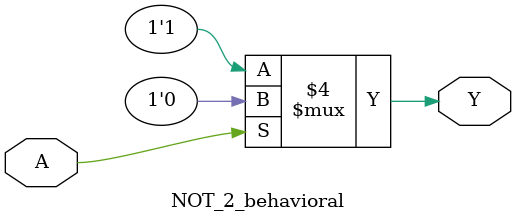
<source format=v>
module NOT_2_behavioral (output reg Y, input A);
always @ (A) 
begin
  if (A == 1'b1) 
  begin
       Y = 1'b0;
   end
   else 
       Y = 1'b1; 
end
endmodule

</source>
